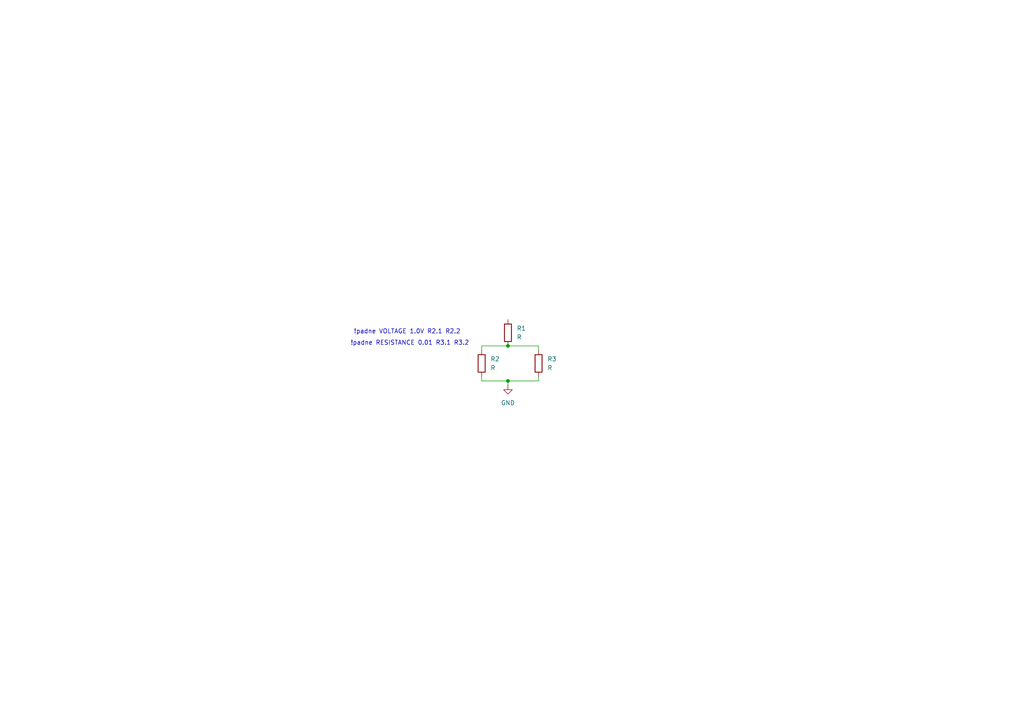
<source format=kicad_sch>
(kicad_sch (version 20231120) (generator "eeschema") (generator_version "8.0")
  (paper "A4")
  (lib_symbols
    (symbol "Device:R" (pin_numbers hide) (pin_names (offset 0))
      (property "Reference" "R" (at 2.032 0 90))
      (property "Value" "R" (at 0 0 90))
      (symbol "R_0_1"
        (rectangle (start -1.016 -2.54) (end 1.016 2.54) (stroke (width 0.254)))
      )
      (symbol "R_1_1"
        (pin passive line (at 0 3.81 270) (length 1.27) (name "~") (number "1"))
        (pin passive line (at 0 -3.81 90) (length 1.27) (name "~") (number "2"))
      )
    )
    (symbol "power:GND" (power) (pin_numbers hide) (pin_names (offset 0) hide)
      (property "Value" "GND" (at 0 -3.81 0))
      (symbol "GND_0_1"
        (polyline (pts (xy 0 0) (xy 0 -1.27) (xy 1.27 -1.27) (xy 0 -2.54) (xy -1.27 -1.27) (xy 0 -1.27)))
      )
      (symbol "GND_1_1"
        (pin power_in line (at 0 0 270) (length 0) (name "~") (number "1"))
      )
    )
  )
  (junction (at 147.32 100.33))
  (junction (at 147.32 110.49))
  (wire (pts (xy 156.21 100.33) (xy 156.21 101.6)))
  (wire (pts (xy 139.7 110.49) (xy 147.32 110.49)))
  (wire (pts (xy 139.7 110.49) (xy 139.7 109.22)))
  (wire (pts (xy 156.21 110.49) (xy 156.21 109.22)))
  (wire (pts (xy 147.32 110.49) (xy 147.32 111.76)))
  (wire (pts (xy 147.32 100.33) (xy 156.21 100.33)))
  (wire (pts (xy 139.7 100.33) (xy 147.32 100.33)))
  (wire (pts (xy 147.32 110.49) (xy 156.21 110.49)))
  (wire (pts (xy 139.7 101.6) (xy 139.7 100.33)))
  (text "!padne VOLTAGE 1.0V R2.1 R2.2" (at 118.11 96.266 0) (effects (font (size 1.27 1.27))))
  (text "!padne RESISTANCE 0.01 R3.1 R3.2" (at 118.872 99.568 0) (effects (font (size 1.27 1.27))))
  (symbol (lib_id "Device:R") (at 139.7 105.41 0) (unit 1)
    (property "Reference" "R2" (at 142.24 104.1399 0) (effects (justify left)))
    (property "Value" "R" (at 142.24 106.6799 0) (effects (justify left)))
    (property "Footprint" "Resistor_SMD:R_0603_1608Metric" (effects (hide yes)))
    (property "Description" "Resistor" (effects (hide yes)))
  )
  (symbol (lib_id "Device:R") (at 156.21 105.41 0) (unit 1)
    (property "Reference" "R3" (at 158.75 104.1399 0) (effects (justify left)))
    (property "Value" "R" (at 158.75 106.6799 0) (effects (justify left)))
    (property "Footprint" "Resistor_SMD:R_0603_1608Metric" (effects (hide yes)))
    (property "Description" "Resistor" (effects (hide yes)))
  )
  (symbol (lib_id "Device:R") (at 147.32 96.52 0) (unit 1)
    (property "Reference" "R1" (at 149.86 95.2499 0) (effects (justify left)))
    (property "Value" "R" (at 149.86 97.7899 0) (effects (justify left)))
    (property "Footprint" "Resistor_SMD:R_0603_1608Metric" (effects (hide yes)))
    (property "Description" "Resistor" (effects (hide yes)))
  )
  (symbol (lib_id "power:GND") (at 147.32 111.76 0) (unit 1)
    (property "Reference" "#PWR01" (effects (hide yes)))
    (property "Value" "GND" (at 147.32 116.84 0))
    (property "Description" "Power symbol creates a global label with name \"GND\" , ground" (effects (hide yes)))
  )
)
</source>
